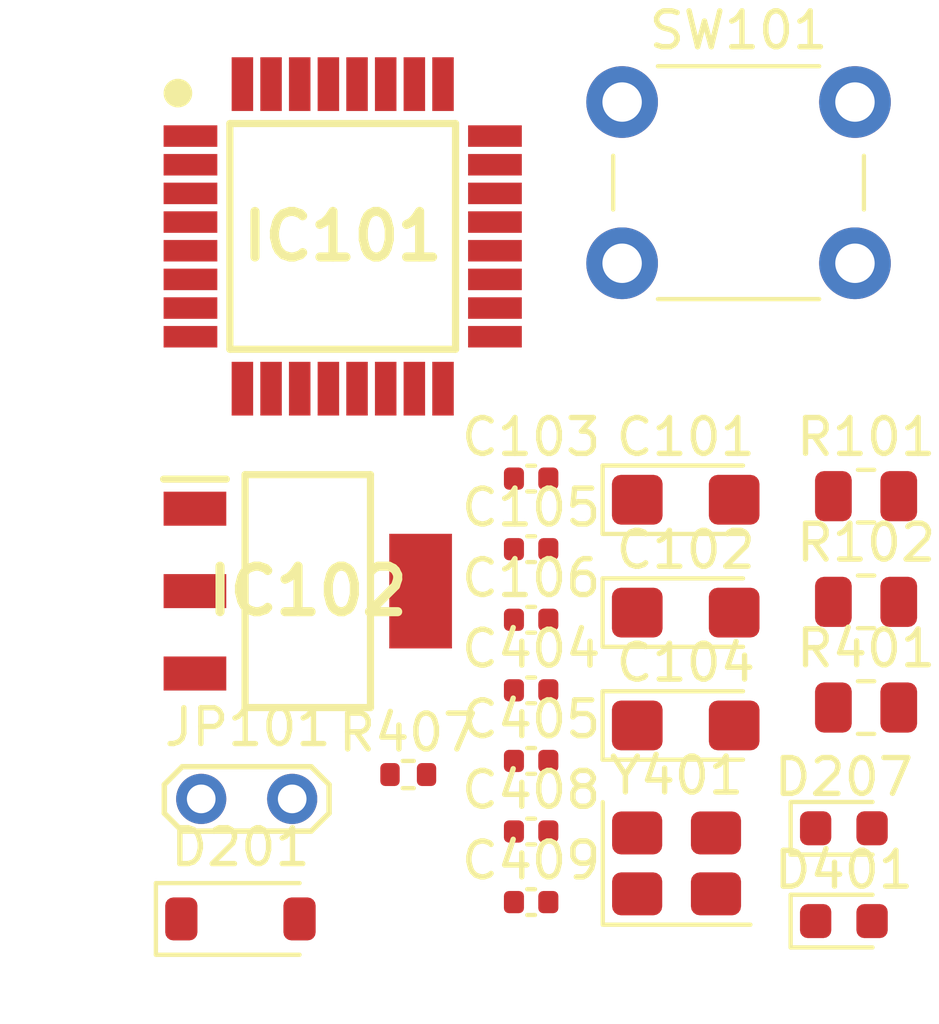
<source format=kicad_pcb>
(kicad_pcb (version 20241229) (generator "pcbnew") (generator_version "9.0")
  (layers (0 "F.Cu" signal) (4 "In1.Cu" power) (6 "In2.Cu" power) (2 "B.Cu" signal) (13 "F.Paste" user) (15 "B.Paste" user) (5 "F.SilkS" user "F.Silkscreen") (7 "B.SilkS" user "B.Silkscreen") (1 "F.Mask" user) (3 "B.Mask" user) (25 "Edge.Cuts" user))
  (net 0 "")
  (net 1 "GND")
  (net 2 "VIN")
  (net 3 "+5V_LDO")
  (net 4 "/AREF")
  (net 5 "+5V")
  (net 6 "RESET")
  (net 7 "DTR")
  (net 8 "XTAL_IN")
  (net 9 "Net-(C409-Pad1)")
  (net 10 "Net-(D201-A)")
  (net 11 "Net-(D207-A)")
  (net 12 "SCK")
  (net 13 "Net-(D401-K)")
  (net 33 "XTAL_OUT")
  (footprint "Capacitor_Tantalum_SMD:CP_EIA-3216-18_Kemet-A" (layer "F.Cu") (at 92.0475 43.49)
    (property "Reference" "C101" (at 0 -1.75 0) (layer "F.SilkS"))
    (property "Value" "10uF_P")
    (fp_line (start -2.32 -0.955) (end -2.32 0.955) (stroke (width 0.12)) (layer "F.SilkS"))
    (fp_line (start -2.32 0.955) (end 1.6 0.955) (stroke (width 0.12)) (layer "F.SilkS"))
    (fp_line (start 1.6 -0.955) (end -2.32 -0.955) (stroke (width 0.12)) (layer "F.SilkS"))
    (pad "1" smd roundrect (at -1.3525 0) (size 1.415 1.39) (layers "F.Cu" "F.Mask" "F.Paste") (roundrect_rratio 0.179856) (net 2 "VIN"))
    (pad "2" smd roundrect (at 1.3525 0) (size 1.415 1.39) (layers "F.Cu" "F.Mask" "F.Paste") (roundrect_rratio 0.179856) (net 1 "GND"))
  )
  (footprint "atmega328p:QFP80P900X900X120-32N" (layer "F.Cu") (at 82.4725 36.14)
    (property "Reference" "IC101" (at 0 0 0) (layer "F.SilkS") (effects (font (size 1.27 1.27) (thickness 0.254))))
    (property "Value" "ATMEGA328P-AU" (hide yes))
    (fp_line (start -3.15 -3.15) (end 3.15 -3.15) (stroke (width 0.2)) (layer "F.SilkS"))
    (fp_line (start -3.15 3.15) (end -3.15 -3.15) (stroke (width 0.2)) (layer "F.SilkS"))
    (fp_line (start 3.15 -3.15) (end 3.15 3.15) (stroke (width 0.2)) (layer "F.SilkS"))
    (fp_line (start 3.15 3.15) (end -3.15 3.15) (stroke (width 0.2)) (layer "F.SilkS"))
    (fp_circle (center -4.6 -4) (end -4.6 -3.8) (stroke (width 0.4)) (fill no) (layer "F.SilkS"))
    (pad "1" smd rect (at -4.25 -2.8 90) (size 0.6 1.5) (layers "F.Cu" "F.Mask" "F.Paste"))
    (pad "2" smd rect (at -4.25 -2 90) (size 0.6 1.5) (layers "F.Cu" "F.Mask" "F.Paste"))
    (pad "3" smd rect (at -4.25 -1.2 90) (size 0.6 1.5) (layers "F.Cu" "F.Mask" "F.Paste") (net 1 "GND"))
    (pad "4" smd rect (at -4.25 -0.4 90) (size 0.6 1.5) (layers "F.Cu" "F.Mask" "F.Paste") (net 5 "+5V"))
    (pad "5" smd rect (at -4.25 0.4 90) (size 0.6 1.5) (layers "F.Cu" "F.Mask" "F.Paste") (net 1 "GND"))
    (pad "6" smd rect (at -4.25 1.2 90) (size 0.6 1.5) (layers "F.Cu" "F.Mask" "F.Paste") (net 5 "+5V"))
    (pad "7" smd rect (at -4.25 2 90) (size 0.6 1.5) (layers "F.Cu" "F.Mask" "F.Paste") (net 8 "XTAL_IN"))
    (pad "8" smd rect (at -4.25 2.8 90) (size 0.6 1.5) (layers "F.Cu" "F.Mask" "F.Paste") (net 33 "XTAL_OUT"))
    (pad "9" smd rect (at -2.8 4.25) (size 0.6 1.5) (layers "F.Cu" "F.Mask" "F.Paste"))
    (pad "10" smd rect (at -2 4.25) (size 0.6 1.5) (layers "F.Cu" "F.Mask" "F.Paste"))
    (pad "11" smd rect (at -1.2 4.25) (size 0.6 1.5) (layers "F.Cu" "F.Mask" "F.Paste"))
    (pad "12" smd rect (at -0.4 4.25) (size 0.6 1.5) (layers "F.Cu" "F.Mask" "F.Paste"))
    (pad "13" smd rect (at 0.4 4.25) (size 0.6 1.5) (layers "F.Cu" "F.Mask" "F.Paste"))
    (pad "14" smd rect (at 1.2 4.25) (size 0.6 1.5) (layers "F.Cu" "F.Mask" "F.Paste"))
    (pad "15" smd rect (at 2 4.25) (size 0.6 1.5) (layers "F.Cu" "F.Mask" "F.Paste"))
    (pad "16" smd rect (at 2.8 4.25) (size 0.6 1.5) (layers "F.Cu" "F.Mask" "F.Paste"))
    (pad "17" smd rect (at 4.25 2.8 90) (size 0.6 1.5) (layers "F.Cu" "F.Mask" "F.Paste") (net 12 "SCK"))
    (pad "18" smd rect (at 4.25 2 90) (size 0.6 1.5) (layers "F.Cu" "F.Mask" "F.Paste") (net 5 "+5V"))
    (pad "19" smd rect (at 4.25 1.2 90) (size 0.6 1.5) (layers "F.Cu" "F.Mask" "F.Paste"))
    (pad "20" smd rect (at 4.25 0.4 90) (size 0.6 1.5) (layers "F.Cu" "F.Mask" "F.Paste") (net 4 "/AREF"))
    (pad "21" smd rect (at 4.25 -0.4 90) (size 0.6 1.5) (layers "F.Cu" "F.Mask" "F.Paste") (net 1 "GND"))
    (pad "22" smd rect (at 4.25 -1.2 90) (size 0.6 1.5) (layers "F.Cu" "F.Mask" "F.Paste"))
    (pad "23" smd rect (at 4.25 -2 90) (size 0.6 1.5) (layers "F.Cu" "F.Mask" "F.Paste"))
    (pad "24" smd rect (at 4.25 -2.8 90) (size 0.6 1.5) (layers "F.Cu" "F.Mask" "F.Paste"))
    (pad "25" smd rect (at 2.8 -4.25) (size 0.6 1.5) (layers "F.Cu" "F.Mask" "F.Paste"))
    (pad "26" smd rect (at 2 -4.25) (size 0.6 1.5) (layers "F.Cu" "F.Mask" "F.Paste"))
    (pad "27" smd rect (at 1.2 -4.25) (size 0.6 1.5) (layers "F.Cu" "F.Mask" "F.Paste"))
    (pad "28" smd rect (at 0.4 -4.25) (size 0.6 1.5) (layers "F.Cu" "F.Mask" "F.Paste"))
    (pad "29" smd rect (at -0.4 -4.25) (size 0.6 1.5) (layers "F.Cu" "F.Mask" "F.Paste") (net 6 "RESET"))
    (pad "30" smd rect (at -1.2 -4.25) (size 0.6 1.5) (layers "F.Cu" "F.Mask" "F.Paste"))
    (pad "31" smd rect (at -2 -4.25) (size 0.6 1.5) (layers "F.Cu" "F.Mask" "F.Paste"))
    (pad "32" smd rect (at -2.8 -4.25) (size 0.6 1.5) (layers "F.Cu" "F.Mask" "F.Paste"))
  )
  (footprint "Capacitor_SMD:C_0402_1005Metric" (layer "F.Cu") (at 87.7325 48.81)
    (property "Reference" "C404" (at 0 -1.16 0) (layer "F.SilkS"))
    (property "Value" "100nF")
    (fp_line (start -0.107836 -0.36) (end 0.107836 -0.36) (stroke (width 0.12)) (layer "F.SilkS"))
    (fp_line (start -0.107836 0.36) (end 0.107836 0.36) (stroke (width 0.12)) (layer "F.SilkS"))
    (pad "1" smd roundrect (at -0.48 0) (size 0.56 0.62) (layers "F.Cu" "F.Mask" "F.Paste") (net 3 "+5V_LDO"))
    (pad "2" smd roundrect (at 0.48 0) (size 0.56 0.62) (layers "F.Cu" "F.Mask" "F.Paste") (net 1 "GND"))
  )
  (footprint "LED_SMD:LED_0603_1608Metric" (layer "F.Cu") (at 96.4625 52.66)
    (property "Reference" "D207" (at 0 -1.43 0) (layer "F.SilkS"))
    (property "Value" "LED")
    (fp_line (start -1.485 -0.735) (end -1.485 0.735) (stroke (width 0.12)) (layer "F.SilkS"))
    (fp_line (start -1.485 0.735) (end 0.8 0.735) (stroke (width 0.12)) (layer "F.SilkS"))
    (fp_line (start 0.8 -0.735) (end -1.485 -0.735) (stroke (width 0.12)) (layer "F.SilkS"))
    (pad "1" smd roundrect (at -0.7875 0) (size 0.875 0.95) (layers "F.Cu" "F.Mask" "F.Paste") (net 1 "GND"))
    (pad "2" smd roundrect (at 0.7875 0) (size 0.875 0.95) (layers "F.Cu" "F.Mask" "F.Paste") (net 11 "Net-(D207-A)"))
  )
  (footprint "atmega328p:SW_PUSH_6mm_H5mm" (layer "F.Cu") (at 90.2725 32.39)
    (property "Reference" "SW101" (at 3.25 -2 0) (layer "F.SilkS"))
    (property "Value" "~")
    (fp_line (start -0.25 1.5) (end -0.25 3) (stroke (width 0.12)) (layer "F.SilkS"))
    (fp_line (start 1 5.5) (end 5.5 5.5) (stroke (width 0.12)) (layer "F.SilkS"))
    (fp_line (start 5.5 -1) (end 1 -1) (stroke (width 0.12)) (layer "F.SilkS"))
    (fp_line (start 6.75 3) (end 6.75 1.5) (stroke (width 0.12)) (layer "F.SilkS"))
    (pad "1" thru_hole circle (at 0 0 90) (size 2 2) (drill 1.1) (layers "*.Cu" "*.Mask") (net 6 "RESET"))
    (pad "1" thru_hole circle (at 6.5 0 90) (size 2 2) (drill 1.1) (layers "*.Cu" "*.Mask") (net 6 "RESET"))
    (pad "2" thru_hole circle (at 0 4.5 90) (size 2 2) (drill 1.1) (layers "*.Cu" "*.Mask") (net 1 "GND"))
    (pad "2" thru_hole circle (at 6.5 4.5 90) (size 2 2) (drill 1.1) (layers "*.Cu" "*.Mask") (net 1 "GND"))
  )
  (footprint "atmega328p:SOT230P700X180-4N" (layer "F.Cu") (at 81.4975 46.04)
    (property "Reference" "IC102" (at 0 0 0) (layer "F.SilkS") (effects (font (size 1.27 1.27) (thickness 0.254))))
    (property "Value" "UA78M05CDCYR" (hide yes))
    (fp_line (start -4.025 -3.125) (end -2.275 -3.125) (stroke (width 0.2)) (layer "F.SilkS"))
    (fp_line (start -1.75 -3.25) (end 1.75 -3.25) (stroke (width 0.2)) (layer "F.SilkS"))
    (fp_line (start -1.75 3.25) (end -1.75 -3.25) (stroke (width 0.2)) (layer "F.SilkS"))
    (fp_line (start 1.75 -3.25) (end 1.75 3.25) (stroke (width 0.2)) (layer "F.SilkS"))
    (fp_line (start 1.75 3.25) (end -1.75 3.25) (stroke (width 0.2)) (layer "F.SilkS"))
    (pad "1" smd rect (at -3.15 -2.3 90) (size 0.95 1.75) (layers "F.Cu" "F.Mask" "F.Paste") (net 2 "VIN"))
    (pad "2" smd rect (at -3.15 0 90) (size 0.95 1.75) (layers "F.Cu" "F.Mask" "F.Paste") (net 1 "GND"))
    (pad "3" smd rect (at -3.15 2.3 90) (size 0.95 1.75) (layers "F.Cu" "F.Mask" "F.Paste") (net 3 "+5V_LDO"))
    (pad "4" smd rect (at 3.15 0) (size 1.75 3.2) (layers "F.Cu" "F.Mask" "F.Paste") (net 1 "GND"))
  )
  (footprint "Capacitor_SMD:C_0402_1005Metric" (layer "F.Cu") (at 87.7325 52.75)
    (property "Reference" "C408" (at 0 -1.16 0) (layer "F.SilkS"))
    (property "Value" "15p")
    (fp_line (start -0.107836 -0.36) (end 0.107836 -0.36) (stroke (width 0.12)) (layer "F.SilkS"))
    (fp_line (start -0.107836 0.36) (end 0.107836 0.36) (stroke (width 0.12)) (layer "F.SilkS"))
    (pad "1" smd roundrect (at -0.48 0) (size 0.56 0.62) (layers "F.Cu" "F.Mask" "F.Paste") (net 8 "XTAL_IN"))
    (pad "2" smd roundrect (at 0.48 0) (size 0.56 0.62) (layers "F.Cu" "F.Mask" "F.Paste") (net 1 "GND"))
  )
  (footprint "Capacitor_Tantalum_SMD:CP_EIA-3216-18_Kemet-A" (layer "F.Cu") (at 92.0475 49.79)
    (property "Reference" "C104" (at 0 -1.75 0) (layer "F.SilkS"))
    (property "Value" "10uF_P")
    (fp_line (start -2.32 -0.955) (end -2.32 0.955) (stroke (width 0.12)) (layer "F.SilkS"))
    (fp_line (start -2.32 0.955) (end 1.6 0.955) (stroke (width 0.12)) (layer "F.SilkS"))
    (fp_line (start 1.6 -0.955) (end -2.32 -0.955) (stroke (width 0.12)) (layer "F.SilkS"))
    (pad "1" smd roundrect (at -1.3525 0) (size 1.415 1.39) (layers "F.Cu" "F.Mask" "F.Paste") (roundrect_rratio 0.179856) (net 5 "+5V"))
    (pad "2" smd roundrect (at 1.3525 0) (size 1.415 1.39) (layers "F.Cu" "F.Mask" "F.Paste") (roundrect_rratio 0.179856) (net 1 "GND"))
  )
  (footprint "Capacitor_SMD:C_0402_1005Metric" (layer "F.Cu") (at 87.7325 54.72)
    (property "Reference" "C409" (at 0 -1.16 0) (layer "F.SilkS"))
    (property "Value" "15p")
    (fp_line (start -0.107836 -0.36) (end 0.107836 -0.36) (stroke (width 0.12)) (layer "F.SilkS"))
    (fp_line (start -0.107836 0.36) (end 0.107836 0.36) (stroke (width 0.12)) (layer "F.SilkS"))
    (pad "1" smd roundrect (at -0.48 0) (size 0.56 0.62) (layers "F.Cu" "F.Mask" "F.Paste") (net 9 "Net-(C409-Pad1)"))
    (pad "2" smd roundrect (at 0.48 0) (size 0.56 0.62) (layers "F.Cu" "F.Mask" "F.Paste") (net 1 "GND"))
  )
  (footprint "Capacitor_Tantalum_SMD:CP_EIA-3216-18_Kemet-A" (layer "F.Cu") (at 92.0475 46.64)
    (property "Reference" "C102" (at 0 -1.75 0) (layer "F.SilkS"))
    (property "Value" "10uF_P")
    (fp_line (start -2.32 -0.955) (end -2.32 0.955) (stroke (width 0.12)) (layer "F.SilkS"))
    (fp_line (start -2.32 0.955) (end 1.6 0.955) (stroke (width 0.12)) (layer "F.SilkS"))
    (fp_line (start 1.6 -0.955) (end -2.32 -0.955) (stroke (width 0.12)) (layer "F.SilkS"))
    (pad "1" smd roundrect (at -1.3525 0) (size 1.415 1.39) (layers "F.Cu" "F.Mask" "F.Paste") (roundrect_rratio 0.179856) (net 3 "+5V_LDO"))
    (pad "2" smd roundrect (at 1.3525 0) (size 1.415 1.39) (layers "F.Cu" "F.Mask" "F.Paste") (roundrect_rratio 0.179856) (net 1 "GND"))
  )
  (footprint "TestPoint:TestPoint_2Pads_Pitch2.54mm_Drill0.8mm" (layer "F.Cu") (at 78.5225 51.84)
    (property "Reference" "JP101" (at 1.3 -2 0) (layer "F.SilkS"))
    (property "Value" "Jumper_2_Bridged")
    (fp_line (start -1.03 -0.4) (end -0.53 -0.9) (stroke (width 0.15)) (layer "F.SilkS"))
    (fp_line (start -1.03 0.4) (end -1.03 -0.4) (stroke (width 0.15)) (layer "F.SilkS"))
    (fp_line (start -0.53 -0.9) (end 3.07 -0.9) (stroke (width 0.15)) (layer "F.SilkS"))
    (fp_line (start -0.53 0.9) (end -1.03 0.4) (stroke (width 0.15)) (layer "F.SilkS"))
    (fp_line (start 3.07 -0.9) (end 3.57 -0.4) (stroke (width 0.15)) (layer "F.SilkS"))
    (fp_line (start 3.07 0.9) (end -0.53 0.9) (stroke (width 0.15)) (layer "F.SilkS"))
    (fp_line (start 3.57 -0.4) (end 3.57 0.4) (stroke (width 0.15)) (layer "F.SilkS"))
    (fp_line (start 3.57 0.4) (end 3.07 0.9) (stroke (width 0.15)) (layer "F.SilkS"))
    (pad "1" thru_hole circle (at 0 0) (size 1.4 1.4) (drill 0.8) (layers "*.Cu" "*.Mask") (net 3 "+5V_LDO"))
    (pad "2" thru_hole circle (at 2.54 0) (size 1.4 1.4) (drill 0.8) (layers "*.Cu" "*.Mask") (net 10 "Net-(D201-A)"))
  )
  (footprint "Capacitor_SMD:C_0402_1005Metric" (layer "F.Cu") (at 87.7325 42.9)
    (property "Reference" "C103" (at 0 -1.16 0) (layer "F.SilkS"))
    (property "Value" "100nF")
    (fp_line (start -0.107836 -0.36) (end 0.107836 -0.36) (stroke (width 0.12)) (layer "F.SilkS"))
    (fp_line (start -0.107836 0.36) (end 0.107836 0.36) (stroke (width 0.12)) (layer "F.SilkS"))
    (pad "1" smd roundrect (at -0.48 0) (size 0.56 0.62) (layers "F.Cu" "F.Mask" "F.Paste") (net 4 "/AREF"))
    (pad "2" smd roundrect (at 0.48 0) (size 0.56 0.62) (layers "F.Cu" "F.Mask" "F.Paste") (net 1 "GND"))
  )
  (footprint "Capacitor_SMD:C_0402_1005Metric" (layer "F.Cu") (at 87.7325 44.87)
    (property "Reference" "C105" (at 0 -1.16 0) (layer "F.SilkS"))
    (property "Value" "100nF")
    (fp_line (start -0.107836 -0.36) (end 0.107836 -0.36) (stroke (width 0.12)) (layer "F.SilkS"))
    (fp_line (start -0.107836 0.36) (end 0.107836 0.36) (stroke (width 0.12)) (layer "F.SilkS"))
    (pad "1" smd roundrect (at -0.48 0) (size 0.56 0.62) (layers "F.Cu" "F.Mask" "F.Paste") (net 5 "+5V"))
    (pad "2" smd roundrect (at 0.48 0) (size 0.56 0.62) (layers "F.Cu" "F.Mask" "F.Paste") (net 1 "GND"))
  )
  (footprint "Diode_SMD:D_SOD-123" (layer "F.Cu") (at 79.6175 55.19)
    (property "Reference" "D201" (at 0 -2 0) (layer "F.SilkS"))
    (property "Value" "1N5819HW-7-F")
    (fp_line (start -2.36 -1) (end -2.36 1) (stroke (width 0.12)) (layer "F.SilkS"))
    (fp_line (start -2.36 -1) (end 1.65 -1) (stroke (width 0.12)) (layer "F.SilkS"))
    (fp_line (start -2.36 1) (end 1.65 1) (stroke (width 0.12)) (layer "F.SilkS"))
    (pad "1" smd roundrect (at -1.65 0) (size 0.9 1.2) (layers "F.Cu" "F.Mask" "F.Paste") (net 5 "+5V"))
    (pad "2" smd roundrect (at 1.65 0) (size 0.9 1.2) (layers "F.Cu" "F.Mask" "F.Paste") (net 10 "Net-(D201-A)"))
  )
  (footprint "LED_SMD:LED_0603_1608Metric" (layer "F.Cu") (at 96.4625 55.25)
    (property "Reference" "D401" (at 0 -1.43 0) (layer "F.SilkS"))
    (property "Value" "LED")
    (fp_line (start -1.485 -0.735) (end -1.485 0.735) (stroke (width 0.12)) (layer "F.SilkS"))
    (fp_line (start -1.485 0.735) (end 0.8 0.735) (stroke (width 0.12)) (layer "F.SilkS"))
    (fp_line (start 0.8 -0.735) (end -1.485 -0.735) (stroke (width 0.12)) (layer "F.SilkS"))
    (pad "1" smd roundrect (at -0.7875 0) (size 0.875 0.95) (layers "F.Cu" "F.Mask" "F.Paste") (net 13 "Net-(D401-K)"))
    (pad "2" smd roundrect (at 0.7875 0) (size 0.875 0.95) (layers "F.Cu" "F.Mask" "F.Paste") (net 12 "SCK"))
  )
  (footprint "Crystal:Crystal_SMD_3225-4Pin_3.2x2.5mm" (layer "F.Cu") (at 91.7925 53.64)
    (property "Reference" "Y401" (at 0 -2.45 0) (layer "F.SilkS"))
    (property "Value" "16Mhz")
    (fp_line (start -2.06 -1.71) (end -2.06 1.71) (stroke (width 0.12)) (layer "F.SilkS"))
    (fp_line (start -2.06 1.71) (end 2.06 1.71) (stroke (width 0.12)) (layer "F.SilkS"))
    (pad "1" smd roundrect (at -1.1 0.85) (size 1.4 1.2) (layers "F.Cu" "F.Mask" "F.Paste") (roundrect_rratio 0.208333) (net 8 "XTAL_IN"))
    (pad "2" smd roundrect (at 1.1 0.85) (size 1.4 1.2) (layers "F.Cu" "F.Mask" "F.Paste") (roundrect_rratio 0.208333) (net 1 "GND"))
    (pad "3" smd roundrect (at 1.1 -0.85) (size 1.4 1.2) (layers "F.Cu" "F.Mask" "F.Paste") (roundrect_rratio 0.208333) (net 9 "Net-(C409-Pad1)"))
    (pad "4" smd roundrect (at -1.1 -0.85) (size 1.4 1.2) (layers "F.Cu" "F.Mask" "F.Paste") (roundrect_rratio 0.208333) (net 1 "GND"))
  )
  (footprint "Resistor_SMD:R_0805_2012Metric" (layer "F.Cu") (at 97.0825 43.39)
    (property "Reference" "R101" (at 0 -1.65 0) (layer "F.SilkS"))
    (property "Value" "1kR")
    (fp_line (start -0.227064 -0.735) (end 0.227064 -0.735) (stroke (width 0.12)) (layer "F.SilkS"))
    (fp_line (start -0.227064 0.735) (end 0.227064 0.735) (stroke (width 0.12)) (layer "F.SilkS"))
    (pad "1" smd roundrect (at -0.9125 0) (size 1.025 1.4) (layers "F.Cu" "F.Mask" "F.Paste") (roundrect_rratio 0.243902) (net 3 "+5V_LDO"))
    (pad "2" smd roundrect (at 0.9125 0) (size 1.025 1.4) (layers "F.Cu" "F.Mask" "F.Paste") (roundrect_rratio 0.243902) (net 11 "Net-(D207-A)"))
  )
  (footprint "Capacitor_SMD:C_0402_1005Metric" (layer "F.Cu") (at 87.7325 50.78)
    (property "Reference" "C405" (at 0 -1.16 0) (layer "F.SilkS"))
    (property "Value" "100nF")
    (fp_line (start -0.107836 -0.36) (end 0.107836 -0.36) (stroke (width 0.12)) (layer "F.SilkS"))
    (fp_line (start -0.107836 0.36) (end 0.107836 0.36) (stroke (width 0.12)) (layer "F.SilkS"))
    (pad "1" smd roundrect (at -0.48 0) (size 0.56 0.62) (layers "F.Cu" "F.Mask" "F.Paste") (net 6 "RESET"))
    (pad "2" smd roundrect (at 0.48 0) (size 0.56 0.62) (layers "F.Cu" "F.Mask" "F.Paste") (net 7 "DTR"))
  )
  (footprint "Capacitor_SMD:C_0402_1005Metric" (layer "F.Cu") (at 87.7325 46.84)
    (property "Reference" "C106" (at 0 -1.16 0) (layer "F.SilkS"))
    (property "Value" "100nF")
    (fp_line (start -0.107836 -0.36) (end 0.107836 -0.36) (stroke (width 0.12)) (layer "F.SilkS"))
    (fp_line (start -0.107836 0.36) (end 0.107836 0.36) (stroke (width 0.12)) (layer "F.SilkS"))
    (pad "1" smd roundrect (at -0.48 0) (size 0.56 0.62) (layers "F.Cu" "F.Mask" "F.Paste") (net 5 "+5V"))
    (pad "2" smd roundrect (at 0.48 0) (size 0.56 0.62) (layers "F.Cu" "F.Mask" "F.Paste") (net 1 "GND"))
  )
  (footprint "Resistor_SMD:R_0402_1005Metric" (layer "F.Cu") (at 84.3025 51.16)
    (property "Reference" "R407" (at 0 -1.17 0) (layer "F.SilkS"))
    (property "Value" "47R")
    (fp_line (start -0.153641 -0.38) (end 0.153641 -0.38) (stroke (width 0.12)) (layer "F.SilkS"))
    (fp_line (start -0.153641 0.38) (end 0.153641 0.38) (stroke (width 0.12)) (layer "F.SilkS"))
    (pad "1" smd roundrect (at -0.51 0) (size 0.54 0.64) (layers "F.Cu" "F.Mask" "F.Paste") (net 33 "XTAL_OUT"))
    (pad "2" smd roundrect (at 0.51 0) (size 0.54 0.64) (layers "F.Cu" "F.Mask" "F.Paste") (net 9 "Net-(C409-Pad1)"))
  )
  (footprint "Resistor_SMD:R_0805_2012Metric" (layer "F.Cu") (at 97.0825 49.29)
    (property "Reference" "R401" (at 0 -1.65 0) (layer "F.SilkS"))
    (property "Value" "1kR")
    (fp_line (start -0.227064 -0.735) (end 0.227064 -0.735) (stroke (width 0.12)) (layer "F.SilkS"))
    (fp_line (start -0.227064 0.735) (end 0.227064 0.735) (stroke (width 0.12)) (layer "F.SilkS"))
    (pad "1" smd roundrect (at -0.9125 0) (size 1.025 1.4) (layers "F.Cu" "F.Mask" "F.Paste") (roundrect_rratio 0.243902) (net 5 "+5V"))
    (pad "2" smd roundrect (at 0.9125 0) (size 1.025 1.4) (layers "F.Cu" "F.Mask" "F.Paste") (roundrect_rratio 0.243902) (net 6 "RESET"))
  )
  (footprint "Resistor_SMD:R_0805_2012Metric" (layer "F.Cu") (at 97.0825 46.34)
    (property "Reference" "R102" (at 0 -1.65 0) (layer "F.SilkS"))
    (property "Value" "1kR")
    (fp_line (start -0.227064 -0.735) (end 0.227064 -0.735) (stroke (width 0.12)) (layer "F.SilkS"))
    (fp_line (start -0.227064 0.735) (end 0.227064 0.735) (stroke (width 0.12)) (layer "F.SilkS"))
    (pad "1" smd roundrect (at -0.9125 0) (size 1.025 1.4) (layers "F.Cu" "F.Mask" "F.Paste") (roundrect_rratio 0.243902) (net 13 "Net-(D401-K)"))
    (pad "2" smd roundrect (at 0.9125 0) (size 1.025 1.4) (layers "F.Cu" "F.Mask" "F.Paste") (roundrect_rratio 0.243902) (net 1 "GND"))
  )
)
</source>
